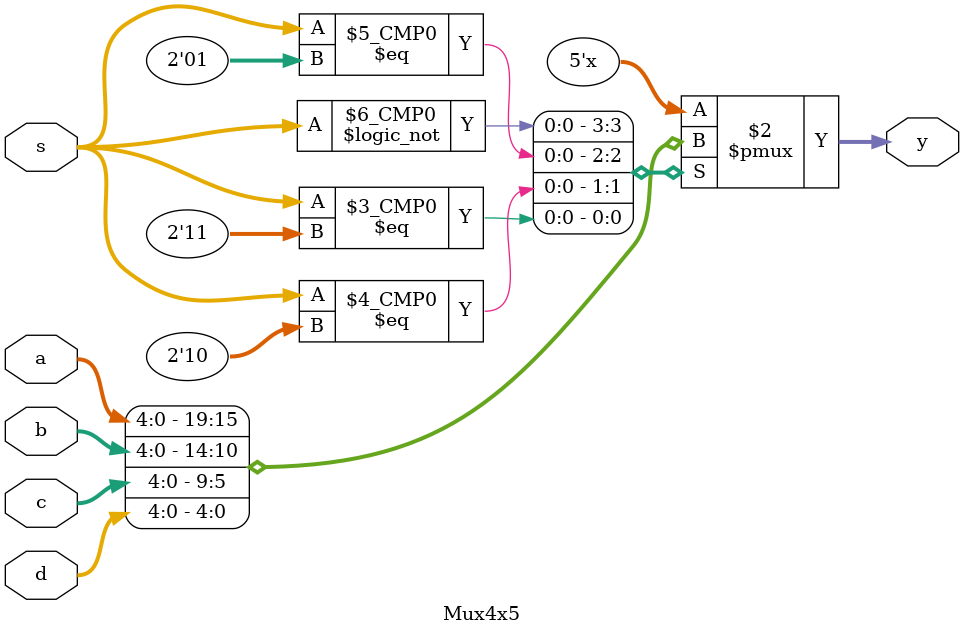
<source format=v>
`timescale 1ns / 1ps

module Mux4x5 (a, b, c, d, s, y);
	input [4:0] a, b, c, d;
	input [1:0] s;
	output reg [4:0] y;
	always @(*) begin
		case (s)
			0: y = a;
			1: y = b;
			2: y = c;
			3: y = d;
		endcase
	end
endmodule

</source>
